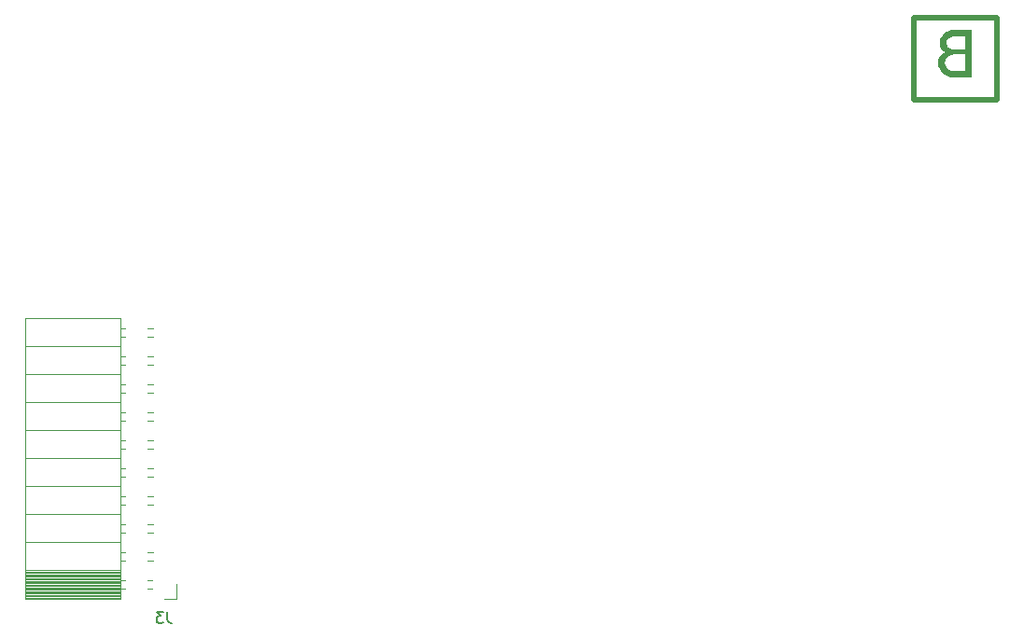
<source format=gbr>
%TF.GenerationSoftware,KiCad,Pcbnew,9.0.6*%
%TF.CreationDate,2026-01-11T11:54:49+09:00*%
%TF.ProjectId,MH01852029121Z2_MJ-HF_control,4d483031-3835-4323-9032-393132315a32,rev?*%
%TF.SameCoordinates,Original*%
%TF.FileFunction,Legend,Bot*%
%TF.FilePolarity,Positive*%
%FSLAX46Y46*%
G04 Gerber Fmt 4.6, Leading zero omitted, Abs format (unit mm)*
G04 Created by KiCad (PCBNEW 9.0.6) date 2026-01-11 11:54:49*
%MOMM*%
%LPD*%
G01*
G04 APERTURE LIST*
%ADD10C,0.100000*%
%ADD11C,0.500000*%
%ADD12C,0.150000*%
%ADD13C,0.120000*%
G04 APERTURE END LIST*
D10*
G36*
X244902302Y-28621655D02*
G01*
X246512473Y-28621655D01*
X246512473Y-32920329D01*
X244631192Y-32920329D01*
X244404758Y-32881379D01*
X244193047Y-32799609D01*
X243992338Y-32672793D01*
X243800156Y-32495652D01*
X243594614Y-32220058D01*
X243468573Y-31931947D01*
X243415168Y-31624621D01*
X243417532Y-31610272D01*
X244071265Y-31610272D01*
X244097584Y-31817717D01*
X244173042Y-31990076D01*
X244298716Y-32135699D01*
X244459494Y-32246152D01*
X244635654Y-32311779D01*
X244832387Y-32334146D01*
X245908887Y-32334146D01*
X245908887Y-30868689D01*
X244850095Y-30868689D01*
X244710936Y-30874286D01*
X244570131Y-30908684D01*
X244437070Y-30970024D01*
X244316424Y-31058588D01*
X244214846Y-31169623D01*
X244136906Y-31301304D01*
X244087969Y-31447849D01*
X244071265Y-31610272D01*
X243417532Y-31610272D01*
X243452533Y-31397818D01*
X243528108Y-31190437D01*
X243642619Y-30998749D01*
X243791183Y-30835250D01*
X243956100Y-30724982D01*
X244141180Y-30661693D01*
X243983324Y-30582224D01*
X243847042Y-30472307D01*
X243729936Y-30328913D01*
X243642043Y-30165600D01*
X243589937Y-29994468D01*
X243572634Y-29814781D01*
X244193692Y-29814781D01*
X244208047Y-29932571D01*
X244250784Y-30041011D01*
X244317015Y-30138457D01*
X244403741Y-30223888D01*
X244613790Y-30345399D01*
X244727166Y-30376082D01*
X244832387Y-30380204D01*
X245908887Y-30380204D01*
X245908887Y-29188299D01*
X244937411Y-29188299D01*
X244756008Y-29206710D01*
X244586610Y-29261379D01*
X244425723Y-29353773D01*
X244296619Y-29478672D01*
X244220276Y-29629481D01*
X244193692Y-29814781D01*
X243572634Y-29814781D01*
X243572399Y-29812339D01*
X243601324Y-29549932D01*
X243686278Y-29313473D01*
X243819615Y-29101063D01*
X243992497Y-28919326D01*
X244196369Y-28774532D01*
X244421143Y-28674167D01*
X244659920Y-28621619D01*
X244902302Y-28621655D01*
G37*
D11*
X241250000Y-27500000D02*
X248750000Y-27500000D01*
X248750000Y-35000000D01*
X241250000Y-35000000D01*
X241250000Y-27500000D01*
D12*
X173543333Y-81454819D02*
X173543333Y-82169104D01*
X173543333Y-82169104D02*
X173590952Y-82311961D01*
X173590952Y-82311961D02*
X173686190Y-82407200D01*
X173686190Y-82407200D02*
X173829047Y-82454819D01*
X173829047Y-82454819D02*
X173924285Y-82454819D01*
X173162380Y-81454819D02*
X172543333Y-81454819D01*
X172543333Y-81454819D02*
X172876666Y-81835771D01*
X172876666Y-81835771D02*
X172733809Y-81835771D01*
X172733809Y-81835771D02*
X172638571Y-81883390D01*
X172638571Y-81883390D02*
X172590952Y-81931009D01*
X172590952Y-81931009D02*
X172543333Y-82026247D01*
X172543333Y-82026247D02*
X172543333Y-82264342D01*
X172543333Y-82264342D02*
X172590952Y-82359580D01*
X172590952Y-82359580D02*
X172638571Y-82407200D01*
X172638571Y-82407200D02*
X172733809Y-82454819D01*
X172733809Y-82454819D02*
X173019523Y-82454819D01*
X173019523Y-82454819D02*
X173114761Y-82407200D01*
X173114761Y-82407200D02*
X173162380Y-82359580D01*
D13*
%TO.C,J3*%
X160620000Y-54760000D02*
X169250000Y-54760000D01*
X160620000Y-57360000D02*
X169250000Y-57360000D01*
X160620000Y-59900000D02*
X169250000Y-59900000D01*
X160620000Y-62440000D02*
X169250000Y-62440000D01*
X160620000Y-64980000D02*
X169250000Y-64980000D01*
X160620000Y-67520000D02*
X169250000Y-67520000D01*
X160620000Y-70060000D02*
X169250000Y-70060000D01*
X160620000Y-72600000D02*
X169250000Y-72600000D01*
X160620000Y-75140000D02*
X169250000Y-75140000D01*
X160620000Y-77680000D02*
X169250000Y-77680000D01*
X160620000Y-77798100D02*
X169250000Y-77798100D01*
X160620000Y-77916195D02*
X169250000Y-77916195D01*
X160620000Y-78034290D02*
X169250000Y-78034290D01*
X160620000Y-78152385D02*
X169250000Y-78152385D01*
X160620000Y-78270480D02*
X169250000Y-78270480D01*
X160620000Y-78388575D02*
X169250000Y-78388575D01*
X160620000Y-78506670D02*
X169250000Y-78506670D01*
X160620000Y-78624765D02*
X169250000Y-78624765D01*
X160620000Y-78742860D02*
X169250000Y-78742860D01*
X160620000Y-78860955D02*
X169250000Y-78860955D01*
X160620000Y-78979050D02*
X169250000Y-78979050D01*
X160620000Y-79097145D02*
X169250000Y-79097145D01*
X160620000Y-79215240D02*
X169250000Y-79215240D01*
X160620000Y-79333335D02*
X169250000Y-79333335D01*
X160620000Y-79451430D02*
X169250000Y-79451430D01*
X160620000Y-79569525D02*
X169250000Y-79569525D01*
X160620000Y-79687620D02*
X169250000Y-79687620D01*
X160620000Y-79805715D02*
X169250000Y-79805715D01*
X160620000Y-79923810D02*
X169250000Y-79923810D01*
X160620000Y-80041905D02*
X169250000Y-80041905D01*
X160620000Y-80160000D02*
X169250000Y-80160000D01*
X160620000Y-80280000D02*
X160620000Y-54760000D01*
X160620000Y-80280000D02*
X169250000Y-80280000D01*
X169250000Y-55730000D02*
X169660000Y-55730000D01*
X169250000Y-56450000D02*
X169660000Y-56450000D01*
X169250000Y-58270000D02*
X169660000Y-58270000D01*
X169250000Y-58990000D02*
X169660000Y-58990000D01*
X169250000Y-60810000D02*
X169660000Y-60810000D01*
X169250000Y-61530000D02*
X169660000Y-61530000D01*
X169250000Y-63350000D02*
X169660000Y-63350000D01*
X169250000Y-64070000D02*
X169660000Y-64070000D01*
X169250000Y-65890000D02*
X169660000Y-65890000D01*
X169250000Y-66610000D02*
X169660000Y-66610000D01*
X169250000Y-68430000D02*
X169660000Y-68430000D01*
X169250000Y-69150000D02*
X169660000Y-69150000D01*
X169250000Y-70970000D02*
X169660000Y-70970000D01*
X169250000Y-71690000D02*
X169660000Y-71690000D01*
X169250000Y-73510000D02*
X169660000Y-73510000D01*
X169250000Y-74230000D02*
X169660000Y-74230000D01*
X169250000Y-76050000D02*
X169660000Y-76050000D01*
X169250000Y-76770000D02*
X169660000Y-76770000D01*
X169250000Y-78590000D02*
X169660000Y-78590000D01*
X169250000Y-79310000D02*
X169660000Y-79310000D01*
X169250000Y-80280000D02*
X169250000Y-54760000D01*
X171760000Y-55730000D02*
X172200000Y-55730000D01*
X171760000Y-56450000D02*
X172200000Y-56450000D01*
X171760000Y-58270000D02*
X172200000Y-58270000D01*
X171760000Y-58990000D02*
X172200000Y-58990000D01*
X171760000Y-60810000D02*
X172200000Y-60810000D01*
X171760000Y-61530000D02*
X172200000Y-61530000D01*
X171760000Y-63350000D02*
X172200000Y-63350000D01*
X171760000Y-64070000D02*
X172200000Y-64070000D01*
X171760000Y-65890000D02*
X172200000Y-65890000D01*
X171760000Y-66610000D02*
X172200000Y-66610000D01*
X171760000Y-68430000D02*
X172200000Y-68430000D01*
X171760000Y-69150000D02*
X172200000Y-69150000D01*
X171760000Y-70970000D02*
X172200000Y-70970000D01*
X171760000Y-71690000D02*
X172200000Y-71690000D01*
X171760000Y-73510000D02*
X172200000Y-73510000D01*
X171760000Y-74230000D02*
X172200000Y-74230000D01*
X171760000Y-76050000D02*
X172200000Y-76050000D01*
X171760000Y-76770000D02*
X172200000Y-76770000D01*
X171760000Y-78590000D02*
X172140000Y-78590000D01*
X171760000Y-79310000D02*
X172140000Y-79310000D01*
X173250000Y-80280000D02*
X174360000Y-80280000D01*
X174360000Y-80280000D02*
X174360000Y-78950000D01*
%TD*%
M02*

</source>
